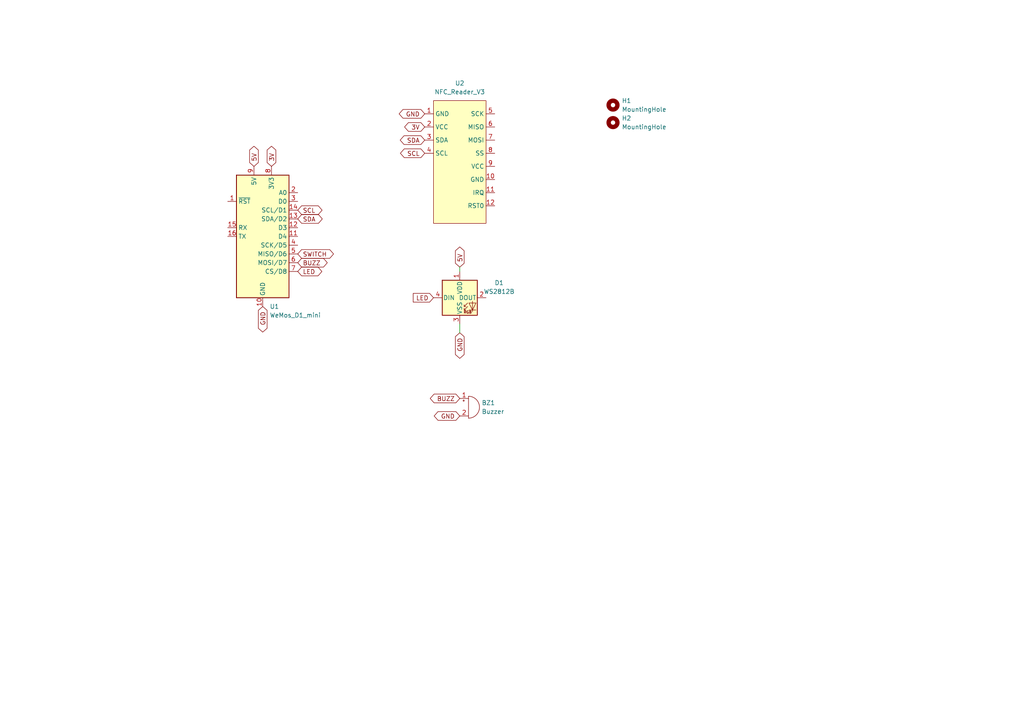
<source format=kicad_sch>
(kicad_sch (version 20211123) (generator eeschema)

  (uuid 811db996-b88a-4306-a785-ca62ea8d4392)

  (paper "A4")

  (lib_symbols
    (symbol "Device:Buzzer" (pin_names (offset 0.0254) hide) (in_bom yes) (on_board yes)
      (property "Reference" "BZ" (id 0) (at 3.81 1.27 0)
        (effects (font (size 1.27 1.27)) (justify left))
      )
      (property "Value" "Buzzer" (id 1) (at 3.81 -1.27 0)
        (effects (font (size 1.27 1.27)) (justify left))
      )
      (property "Footprint" "" (id 2) (at -0.635 2.54 90)
        (effects (font (size 1.27 1.27)) hide)
      )
      (property "Datasheet" "~" (id 3) (at -0.635 2.54 90)
        (effects (font (size 1.27 1.27)) hide)
      )
      (property "ki_keywords" "quartz resonator ceramic" (id 4) (at 0 0 0)
        (effects (font (size 1.27 1.27)) hide)
      )
      (property "ki_description" "Buzzer, polarized" (id 5) (at 0 0 0)
        (effects (font (size 1.27 1.27)) hide)
      )
      (property "ki_fp_filters" "*Buzzer*" (id 6) (at 0 0 0)
        (effects (font (size 1.27 1.27)) hide)
      )
      (symbol "Buzzer_0_1"
        (arc (start 0 -3.175) (mid 3.175 0) (end 0 3.175)
          (stroke (width 0) (type default) (color 0 0 0 0))
          (fill (type none))
        )
        (polyline
          (pts
            (xy -1.651 1.905)
            (xy -1.143 1.905)
          )
          (stroke (width 0) (type default) (color 0 0 0 0))
          (fill (type none))
        )
        (polyline
          (pts
            (xy -1.397 2.159)
            (xy -1.397 1.651)
          )
          (stroke (width 0) (type default) (color 0 0 0 0))
          (fill (type none))
        )
        (polyline
          (pts
            (xy 0 3.175)
            (xy 0 -3.175)
          )
          (stroke (width 0) (type default) (color 0 0 0 0))
          (fill (type none))
        )
      )
      (symbol "Buzzer_1_1"
        (pin passive line (at -2.54 2.54 0) (length 2.54)
          (name "-" (effects (font (size 1.27 1.27))))
          (number "1" (effects (font (size 1.27 1.27))))
        )
        (pin passive line (at -2.54 -2.54 0) (length 2.54)
          (name "+" (effects (font (size 1.27 1.27))))
          (number "2" (effects (font (size 1.27 1.27))))
        )
      )
    )
    (symbol "LED:WS2812B" (pin_names (offset 0.254)) (in_bom yes) (on_board yes)
      (property "Reference" "D" (id 0) (at 5.08 5.715 0)
        (effects (font (size 1.27 1.27)) (justify right bottom))
      )
      (property "Value" "WS2812B" (id 1) (at 1.27 -5.715 0)
        (effects (font (size 1.27 1.27)) (justify left top))
      )
      (property "Footprint" "LED_SMD:LED_WS2812B_PLCC4_5.0x5.0mm_P3.2mm" (id 2) (at 1.27 -7.62 0)
        (effects (font (size 1.27 1.27)) (justify left top) hide)
      )
      (property "Datasheet" "https://cdn-shop.adafruit.com/datasheets/WS2812B.pdf" (id 3) (at 2.54 -9.525 0)
        (effects (font (size 1.27 1.27)) (justify left top) hide)
      )
      (property "ki_keywords" "RGB LED NeoPixel addressable" (id 4) (at 0 0 0)
        (effects (font (size 1.27 1.27)) hide)
      )
      (property "ki_description" "RGB LED with integrated controller" (id 5) (at 0 0 0)
        (effects (font (size 1.27 1.27)) hide)
      )
      (property "ki_fp_filters" "LED*WS2812*PLCC*5.0x5.0mm*P3.2mm*" (id 6) (at 0 0 0)
        (effects (font (size 1.27 1.27)) hide)
      )
      (symbol "WS2812B_0_0"
        (text "RGB" (at 2.286 -4.191 0)
          (effects (font (size 0.762 0.762)))
        )
      )
      (symbol "WS2812B_0_1"
        (polyline
          (pts
            (xy 1.27 -3.556)
            (xy 1.778 -3.556)
          )
          (stroke (width 0) (type default) (color 0 0 0 0))
          (fill (type none))
        )
        (polyline
          (pts
            (xy 1.27 -2.54)
            (xy 1.778 -2.54)
          )
          (stroke (width 0) (type default) (color 0 0 0 0))
          (fill (type none))
        )
        (polyline
          (pts
            (xy 4.699 -3.556)
            (xy 2.667 -3.556)
          )
          (stroke (width 0) (type default) (color 0 0 0 0))
          (fill (type none))
        )
        (polyline
          (pts
            (xy 2.286 -2.54)
            (xy 1.27 -3.556)
            (xy 1.27 -3.048)
          )
          (stroke (width 0) (type default) (color 0 0 0 0))
          (fill (type none))
        )
        (polyline
          (pts
            (xy 2.286 -1.524)
            (xy 1.27 -2.54)
            (xy 1.27 -2.032)
          )
          (stroke (width 0) (type default) (color 0 0 0 0))
          (fill (type none))
        )
        (polyline
          (pts
            (xy 3.683 -1.016)
            (xy 3.683 -3.556)
            (xy 3.683 -4.064)
          )
          (stroke (width 0) (type default) (color 0 0 0 0))
          (fill (type none))
        )
        (polyline
          (pts
            (xy 4.699 -1.524)
            (xy 2.667 -1.524)
            (xy 3.683 -3.556)
            (xy 4.699 -1.524)
          )
          (stroke (width 0) (type default) (color 0 0 0 0))
          (fill (type none))
        )
        (rectangle (start 5.08 5.08) (end -5.08 -5.08)
          (stroke (width 0.254) (type default) (color 0 0 0 0))
          (fill (type background))
        )
      )
      (symbol "WS2812B_1_1"
        (pin power_in line (at 0 7.62 270) (length 2.54)
          (name "VDD" (effects (font (size 1.27 1.27))))
          (number "1" (effects (font (size 1.27 1.27))))
        )
        (pin output line (at 7.62 0 180) (length 2.54)
          (name "DOUT" (effects (font (size 1.27 1.27))))
          (number "2" (effects (font (size 1.27 1.27))))
        )
        (pin power_in line (at 0 -7.62 90) (length 2.54)
          (name "VSS" (effects (font (size 1.27 1.27))))
          (number "3" (effects (font (size 1.27 1.27))))
        )
        (pin input line (at -7.62 0 0) (length 2.54)
          (name "DIN" (effects (font (size 1.27 1.27))))
          (number "4" (effects (font (size 1.27 1.27))))
        )
      )
    )
    (symbol "MCU_Module:WeMos_D1_mini" (in_bom yes) (on_board yes)
      (property "Reference" "U" (id 0) (at 3.81 19.05 0)
        (effects (font (size 1.27 1.27)) (justify left))
      )
      (property "Value" "WeMos_D1_mini" (id 1) (at 1.27 -19.05 0)
        (effects (font (size 1.27 1.27)) (justify left))
      )
      (property "Footprint" "Module:WEMOS_D1_mini_light" (id 2) (at 0 -29.21 0)
        (effects (font (size 1.27 1.27)) hide)
      )
      (property "Datasheet" "https://wiki.wemos.cc/products:d1:d1_mini#documentation" (id 3) (at -46.99 -29.21 0)
        (effects (font (size 1.27 1.27)) hide)
      )
      (property "ki_keywords" "ESP8266 WiFi microcontroller ESP8266EX" (id 4) (at 0 0 0)
        (effects (font (size 1.27 1.27)) hide)
      )
      (property "ki_description" "32-bit microcontroller module with WiFi" (id 5) (at 0 0 0)
        (effects (font (size 1.27 1.27)) hide)
      )
      (property "ki_fp_filters" "WEMOS*D1*mini*" (id 6) (at 0 0 0)
        (effects (font (size 1.27 1.27)) hide)
      )
      (symbol "WeMos_D1_mini_1_1"
        (rectangle (start -7.62 17.78) (end 7.62 -17.78)
          (stroke (width 0.254) (type default) (color 0 0 0 0))
          (fill (type background))
        )
        (pin input line (at -10.16 10.16 0) (length 2.54)
          (name "~{RST}" (effects (font (size 1.27 1.27))))
          (number "1" (effects (font (size 1.27 1.27))))
        )
        (pin power_in line (at 0 -20.32 90) (length 2.54)
          (name "GND" (effects (font (size 1.27 1.27))))
          (number "10" (effects (font (size 1.27 1.27))))
        )
        (pin bidirectional line (at 10.16 0 180) (length 2.54)
          (name "D4" (effects (font (size 1.27 1.27))))
          (number "11" (effects (font (size 1.27 1.27))))
        )
        (pin bidirectional line (at 10.16 2.54 180) (length 2.54)
          (name "D3" (effects (font (size 1.27 1.27))))
          (number "12" (effects (font (size 1.27 1.27))))
        )
        (pin bidirectional line (at 10.16 5.08 180) (length 2.54)
          (name "SDA/D2" (effects (font (size 1.27 1.27))))
          (number "13" (effects (font (size 1.27 1.27))))
        )
        (pin bidirectional line (at 10.16 7.62 180) (length 2.54)
          (name "SCL/D1" (effects (font (size 1.27 1.27))))
          (number "14" (effects (font (size 1.27 1.27))))
        )
        (pin input line (at -10.16 2.54 0) (length 2.54)
          (name "RX" (effects (font (size 1.27 1.27))))
          (number "15" (effects (font (size 1.27 1.27))))
        )
        (pin output line (at -10.16 0 0) (length 2.54)
          (name "TX" (effects (font (size 1.27 1.27))))
          (number "16" (effects (font (size 1.27 1.27))))
        )
        (pin input line (at 10.16 12.7 180) (length 2.54)
          (name "A0" (effects (font (size 1.27 1.27))))
          (number "2" (effects (font (size 1.27 1.27))))
        )
        (pin bidirectional line (at 10.16 10.16 180) (length 2.54)
          (name "D0" (effects (font (size 1.27 1.27))))
          (number "3" (effects (font (size 1.27 1.27))))
        )
        (pin bidirectional line (at 10.16 -2.54 180) (length 2.54)
          (name "SCK/D5" (effects (font (size 1.27 1.27))))
          (number "4" (effects (font (size 1.27 1.27))))
        )
        (pin bidirectional line (at 10.16 -5.08 180) (length 2.54)
          (name "MISO/D6" (effects (font (size 1.27 1.27))))
          (number "5" (effects (font (size 1.27 1.27))))
        )
        (pin bidirectional line (at 10.16 -7.62 180) (length 2.54)
          (name "MOSI/D7" (effects (font (size 1.27 1.27))))
          (number "6" (effects (font (size 1.27 1.27))))
        )
        (pin bidirectional line (at 10.16 -10.16 180) (length 2.54)
          (name "CS/D8" (effects (font (size 1.27 1.27))))
          (number "7" (effects (font (size 1.27 1.27))))
        )
        (pin power_out line (at 2.54 20.32 270) (length 2.54)
          (name "3V3" (effects (font (size 1.27 1.27))))
          (number "8" (effects (font (size 1.27 1.27))))
        )
        (pin power_in line (at -2.54 20.32 270) (length 2.54)
          (name "5V" (effects (font (size 1.27 1.27))))
          (number "9" (effects (font (size 1.27 1.27))))
        )
      )
    )
    (symbol "Mechanical:MountingHole" (pin_names (offset 1.016)) (in_bom yes) (on_board yes)
      (property "Reference" "H" (id 0) (at 0 5.08 0)
        (effects (font (size 1.27 1.27)))
      )
      (property "Value" "MountingHole" (id 1) (at 0 3.175 0)
        (effects (font (size 1.27 1.27)))
      )
      (property "Footprint" "" (id 2) (at 0 0 0)
        (effects (font (size 1.27 1.27)) hide)
      )
      (property "Datasheet" "~" (id 3) (at 0 0 0)
        (effects (font (size 1.27 1.27)) hide)
      )
      (property "ki_keywords" "mounting hole" (id 4) (at 0 0 0)
        (effects (font (size 1.27 1.27)) hide)
      )
      (property "ki_description" "Mounting Hole without connection" (id 5) (at 0 0 0)
        (effects (font (size 1.27 1.27)) hide)
      )
      (property "ki_fp_filters" "MountingHole*" (id 6) (at 0 0 0)
        (effects (font (size 1.27 1.27)) hide)
      )
      (symbol "MountingHole_0_1"
        (circle (center 0 0) (radius 1.27)
          (stroke (width 1.27) (type default) (color 0 0 0 0))
          (fill (type none))
        )
      )
    )
    (symbol "parts:NFC_Reader_V3" (in_bom yes) (on_board yes)
      (property "Reference" "U" (id 0) (at -3.81 -2.54 0)
        (effects (font (size 1.27 1.27)))
      )
      (property "Value" "NFC_Reader_V3" (id 1) (at -7.62 -41.91 0)
        (effects (font (size 1.27 1.27)))
      )
      (property "Footprint" "" (id 2) (at -3.81 -2.54 0)
        (effects (font (size 1.27 1.27)) hide)
      )
      (property "Datasheet" "" (id 3) (at -3.81 -2.54 0)
        (effects (font (size 1.27 1.27)) hide)
      )
      (symbol "NFC_Reader_V3_0_1"
        (rectangle (start -15.24 -3.81) (end 0 -39.37)
          (stroke (width 0) (type default) (color 0 0 0 0))
          (fill (type background))
        )
      )
      (symbol "NFC_Reader_V3_1_1"
        (pin bidirectional line (at -17.78 -7.62 0) (length 2.54)
          (name "GND" (effects (font (size 1.27 1.27))))
          (number "1" (effects (font (size 1.27 1.27))))
        )
        (pin bidirectional line (at 2.54 -26.67 180) (length 2.54)
          (name "GND" (effects (font (size 1.27 1.27))))
          (number "10" (effects (font (size 1.27 1.27))))
        )
        (pin bidirectional line (at 2.54 -30.48 180) (length 2.54)
          (name "IRQ" (effects (font (size 1.27 1.27))))
          (number "11" (effects (font (size 1.27 1.27))))
        )
        (pin bidirectional line (at 2.54 -34.29 180) (length 2.54)
          (name "RST0" (effects (font (size 1.27 1.27))))
          (number "12" (effects (font (size 1.27 1.27))))
        )
        (pin bidirectional line (at -17.78 -11.43 0) (length 2.54)
          (name "VCC" (effects (font (size 1.27 1.27))))
          (number "2" (effects (font (size 1.27 1.27))))
        )
        (pin bidirectional line (at -17.78 -15.24 0) (length 2.54)
          (name "SDA" (effects (font (size 1.27 1.27))))
          (number "3" (effects (font (size 1.27 1.27))))
        )
        (pin bidirectional line (at -17.78 -19.05 0) (length 2.54)
          (name "SCL" (effects (font (size 1.27 1.27))))
          (number "4" (effects (font (size 1.27 1.27))))
        )
        (pin bidirectional line (at 2.54 -7.62 180) (length 2.54)
          (name "SCK" (effects (font (size 1.27 1.27))))
          (number "5" (effects (font (size 1.27 1.27))))
        )
        (pin bidirectional line (at 2.54 -11.43 180) (length 2.54)
          (name "MISO" (effects (font (size 1.27 1.27))))
          (number "6" (effects (font (size 1.27 1.27))))
        )
        (pin bidirectional line (at 2.54 -15.24 180) (length 2.54)
          (name "MOSI" (effects (font (size 1.27 1.27))))
          (number "7" (effects (font (size 1.27 1.27))))
        )
        (pin bidirectional line (at 2.54 -19.05 180) (length 2.54)
          (name "SS" (effects (font (size 1.27 1.27))))
          (number "8" (effects (font (size 1.27 1.27))))
        )
        (pin bidirectional line (at 2.54 -22.86 180) (length 2.54)
          (name "VCC" (effects (font (size 1.27 1.27))))
          (number "9" (effects (font (size 1.27 1.27))))
        )
      )
    )
  )


  (wire (pts (xy 133.35 93.98) (xy 133.35 96.52))
    (stroke (width 0) (type default) (color 0 0 0 0))
    (uuid c5f9ae83-cac6-4b91-8aa4-f8569ebc85aa)
  )
  (wire (pts (xy 133.35 78.74) (xy 133.35 77.47))
    (stroke (width 0) (type default) (color 0 0 0 0))
    (uuid c64d00d0-2377-4f34-a651-85a541b283f9)
  )

  (global_label "5V" (shape bidirectional) (at 133.35 77.47 90) (fields_autoplaced)
    (effects (font (size 1.27 1.27)) (justify left))
    (uuid 058a52f8-3304-4688-9a59-6ba13f8464df)
    (property "Intersheet References" "${INTERSHEET_REFS}" (id 0) (at 133.2706 72.7588 90)
      (effects (font (size 1.27 1.27)) (justify left) hide)
    )
  )
  (global_label "SDA" (shape bidirectional) (at 123.19 40.64 180) (fields_autoplaced)
    (effects (font (size 1.27 1.27)) (justify right))
    (uuid 0af0f207-45e7-4187-847e-89e68fd02018)
    (property "Intersheet References" "${INTERSHEET_REFS}" (id 0) (at 117.2088 40.5606 0)
      (effects (font (size 1.27 1.27)) (justify right) hide)
    )
  )
  (global_label "GND" (shape bidirectional) (at 123.19 33.02 180) (fields_autoplaced)
    (effects (font (size 1.27 1.27)) (justify right))
    (uuid 1b8b99e0-53fe-49d7-84c6-5cace7e2c5c8)
    (property "Intersheet References" "${INTERSHEET_REFS}" (id 0) (at 116.9064 32.9406 0)
      (effects (font (size 1.27 1.27)) (justify right) hide)
    )
  )
  (global_label "BUZZ" (shape bidirectional) (at 133.35 115.57 180) (fields_autoplaced)
    (effects (font (size 1.27 1.27)) (justify right))
    (uuid 3c434e8e-2e10-4838-a608-58ee3986cdd1)
    (property "Intersheet References" "${INTERSHEET_REFS}" (id 0) (at 125.9174 115.4906 0)
      (effects (font (size 1.27 1.27)) (justify right) hide)
    )
  )
  (global_label "LED" (shape input) (at 125.73 86.36 180) (fields_autoplaced)
    (effects (font (size 1.27 1.27)) (justify right))
    (uuid 3feeb8c0-0254-4a63-a85a-a72d24220bb5)
    (property "Intersheet References" "${INTERSHEET_REFS}" (id 0) (at 119.8698 86.2806 0)
      (effects (font (size 1.27 1.27)) (justify right) hide)
    )
  )
  (global_label "LED" (shape bidirectional) (at 86.36 78.74 0) (fields_autoplaced)
    (effects (font (size 1.27 1.27)) (justify left))
    (uuid 41f8965e-f27f-4b3c-970e-10ff01e9461e)
    (property "Intersheet References" "${INTERSHEET_REFS}" (id 0) (at 92.2202 78.6606 0)
      (effects (font (size 1.27 1.27)) (justify left) hide)
    )
  )
  (global_label "SWITCH" (shape bidirectional) (at 86.36 73.66 0) (fields_autoplaced)
    (effects (font (size 1.27 1.27)) (justify left))
    (uuid 42f1bdd1-9921-42d4-b745-e35848091b17)
    (property "Intersheet References" "${INTERSHEET_REFS}" (id 0) (at 95.6069 73.5806 0)
      (effects (font (size 1.27 1.27)) (justify left) hide)
    )
  )
  (global_label "3V" (shape bidirectional) (at 78.74 48.26 90) (fields_autoplaced)
    (effects (font (size 1.27 1.27)) (justify left))
    (uuid 8269a958-a7a4-42c9-9a80-faef8eb1869e)
    (property "Intersheet References" "${INTERSHEET_REFS}" (id 0) (at 78.6606 43.5488 90)
      (effects (font (size 1.27 1.27)) (justify left) hide)
    )
  )
  (global_label "GND" (shape bidirectional) (at 76.2 88.9 270) (fields_autoplaced)
    (effects (font (size 1.27 1.27)) (justify right))
    (uuid 8c1662a6-3c1f-4366-b557-492c920249c6)
    (property "Intersheet References" "${INTERSHEET_REFS}" (id 0) (at 76.2794 95.1836 90)
      (effects (font (size 1.27 1.27)) (justify right) hide)
    )
  )
  (global_label "BUZZ" (shape bidirectional) (at 86.36 76.2 0) (fields_autoplaced)
    (effects (font (size 1.27 1.27)) (justify left))
    (uuid 97b1b79c-98c5-49f5-92dd-25b722f2ba05)
    (property "Intersheet References" "${INTERSHEET_REFS}" (id 0) (at 93.7926 76.1206 0)
      (effects (font (size 1.27 1.27)) (justify left) hide)
    )
  )
  (global_label "SDA" (shape bidirectional) (at 86.36 63.5 0) (fields_autoplaced)
    (effects (font (size 1.27 1.27)) (justify left))
    (uuid 9d3d3e7b-bad9-4ab3-9968-0c80092b7ea9)
    (property "Intersheet References" "${INTERSHEET_REFS}" (id 0) (at 92.3412 63.4206 0)
      (effects (font (size 1.27 1.27)) (justify left) hide)
    )
  )
  (global_label "SCL" (shape bidirectional) (at 86.36 60.96 0) (fields_autoplaced)
    (effects (font (size 1.27 1.27)) (justify left))
    (uuid 9e4d6806-23e9-42ac-96d7-a6ad97bfde44)
    (property "Intersheet References" "${INTERSHEET_REFS}" (id 0) (at 92.2807 60.8806 0)
      (effects (font (size 1.27 1.27)) (justify left) hide)
    )
  )
  (global_label "GND" (shape bidirectional) (at 133.35 96.52 270) (fields_autoplaced)
    (effects (font (size 1.27 1.27)) (justify right))
    (uuid b3fcd172-abf7-45a5-a0d4-0693973e72ea)
    (property "Intersheet References" "${INTERSHEET_REFS}" (id 0) (at 133.4294 102.8036 90)
      (effects (font (size 1.27 1.27)) (justify right) hide)
    )
  )
  (global_label "3V" (shape bidirectional) (at 123.19 36.83 180) (fields_autoplaced)
    (effects (font (size 1.27 1.27)) (justify right))
    (uuid c058364d-cc51-4049-b510-25e75d17429f)
    (property "Intersheet References" "${INTERSHEET_REFS}" (id 0) (at 118.4788 36.7506 0)
      (effects (font (size 1.27 1.27)) (justify right) hide)
    )
  )
  (global_label "GND" (shape bidirectional) (at 133.35 120.65 180) (fields_autoplaced)
    (effects (font (size 1.27 1.27)) (justify right))
    (uuid c2e0594d-2894-4bc8-b730-0d445b7a2b59)
    (property "Intersheet References" "${INTERSHEET_REFS}" (id 0) (at 127.0664 120.5706 0)
      (effects (font (size 1.27 1.27)) (justify right) hide)
    )
  )
  (global_label "SCL" (shape bidirectional) (at 123.19 44.45 180) (fields_autoplaced)
    (effects (font (size 1.27 1.27)) (justify right))
    (uuid c7985e65-9b84-4152-b438-dcc92d99a49e)
    (property "Intersheet References" "${INTERSHEET_REFS}" (id 0) (at 117.2693 44.3706 0)
      (effects (font (size 1.27 1.27)) (justify right) hide)
    )
  )
  (global_label "5V" (shape bidirectional) (at 73.66 48.26 90) (fields_autoplaced)
    (effects (font (size 1.27 1.27)) (justify left))
    (uuid e0338929-6bdd-4722-a31d-854d2c1c6536)
    (property "Intersheet References" "${INTERSHEET_REFS}" (id 0) (at 73.5806 43.5488 90)
      (effects (font (size 1.27 1.27)) (justify left) hide)
    )
  )

  (symbol (lib_id "Device:Buzzer") (at 135.89 118.11 0) (unit 1)
    (in_bom yes) (on_board yes) (fields_autoplaced)
    (uuid 1d388592-51c0-40d4-af82-7491408dd06b)
    (property "Reference" "BZ1" (id 0) (at 139.7 116.8399 0)
      (effects (font (size 1.27 1.27)) (justify left))
    )
    (property "Value" "Buzzer" (id 1) (at 139.7 119.3799 0)
      (effects (font (size 1.27 1.27)) (justify left))
    )
    (property "Footprint" "parts:CUI_CPT-9019S-SMT" (id 2) (at 135.255 115.57 90)
      (effects (font (size 1.27 1.27)) hide)
    )
    (property "Datasheet" "~" (id 3) (at 135.255 115.57 90)
      (effects (font (size 1.27 1.27)) hide)
    )
    (pin "1" (uuid 04fe27ee-3028-4683-b947-a6dd34875075))
    (pin "2" (uuid c87374a9-45d2-46b4-b5c7-6803e89db9a4))
  )

  (symbol (lib_id "LED:WS2812B") (at 133.35 86.36 0) (unit 1)
    (in_bom yes) (on_board yes) (fields_autoplaced)
    (uuid 2ba4c77e-e448-4d17-ba5a-9c1dbbab4b6c)
    (property "Reference" "D1" (id 0) (at 144.78 82.0293 0))
    (property "Value" "WS2812B" (id 1) (at 144.78 84.5693 0))
    (property "Footprint" "LED_SMD:LED_WS2812B_PLCC4_5.0x5.0mm_P3.2mm" (id 2) (at 134.62 93.98 0)
      (effects (font (size 1.27 1.27)) (justify left top) hide)
    )
    (property "Datasheet" "https://cdn-shop.adafruit.com/datasheets/WS2812B.pdf" (id 3) (at 135.89 95.885 0)
      (effects (font (size 1.27 1.27)) (justify left top) hide)
    )
    (pin "1" (uuid 9ac70017-73d2-43b5-8631-66d9ecfb8966))
    (pin "2" (uuid bf5b2c59-12e7-4978-a69f-4234a4c8e0e5))
    (pin "3" (uuid 2dd87e9e-0c19-4244-b5ff-d16fdc774e05))
    (pin "4" (uuid 313bc538-64b2-433f-9182-ddaf84ee3cdd))
  )

  (symbol (lib_id "Mechanical:MountingHole") (at 177.8 35.56 0) (unit 1)
    (in_bom yes) (on_board yes) (fields_autoplaced)
    (uuid 2fbcab6e-c3e4-47a0-975f-26d3f0395248)
    (property "Reference" "H2" (id 0) (at 180.34 34.2899 0)
      (effects (font (size 1.27 1.27)) (justify left))
    )
    (property "Value" "MountingHole" (id 1) (at 180.34 36.8299 0)
      (effects (font (size 1.27 1.27)) (justify left))
    )
    (property "Footprint" "MountingHole:MountingHole_2.1mm" (id 2) (at 177.8 35.56 0)
      (effects (font (size 1.27 1.27)) hide)
    )
    (property "Datasheet" "~" (id 3) (at 177.8 35.56 0)
      (effects (font (size 1.27 1.27)) hide)
    )
  )

  (symbol (lib_id "MCU_Module:WeMos_D1_mini") (at 76.2 68.58 0) (unit 1)
    (in_bom yes) (on_board yes) (fields_autoplaced)
    (uuid 48905782-882e-4298-ba75-35c83b8837f7)
    (property "Reference" "U1" (id 0) (at 78.2194 88.9 0)
      (effects (font (size 1.27 1.27)) (justify left))
    )
    (property "Value" "WeMos_D1_mini" (id 1) (at 78.2194 91.44 0)
      (effects (font (size 1.27 1.27)) (justify left))
    )
    (property "Footprint" "Module:WEMOS_D1_mini_light" (id 2) (at 76.2 97.79 0)
      (effects (font (size 1.27 1.27)) hide)
    )
    (property "Datasheet" "https://wiki.wemos.cc/products:d1:d1_mini#documentation" (id 3) (at 29.21 97.79 0)
      (effects (font (size 1.27 1.27)) hide)
    )
    (pin "1" (uuid e9c8acc7-f71e-498f-9a05-2248badccf5b))
    (pin "10" (uuid 78ba3e7d-b6a2-48b7-9830-f38d4301abce))
    (pin "11" (uuid 08c85506-0d5e-49e6-8bdc-39df7e5960e7))
    (pin "12" (uuid 462fc070-6552-4fd4-935a-c23d1dd7d6f3))
    (pin "13" (uuid 59ff8eee-dd27-4176-b27f-0101558abece))
    (pin "14" (uuid 1cba5292-1764-48c9-ab50-aa1ee9464c0c))
    (pin "15" (uuid f200dd2c-ab44-4667-bb68-0859d5baab6c))
    (pin "16" (uuid 9111891c-5554-471a-a80d-9cf0b6d36a1e))
    (pin "2" (uuid 8331bae5-8891-44f4-8164-72d7dec7261d))
    (pin "3" (uuid 5eb48179-2232-4498-a037-8cbee444759d))
    (pin "4" (uuid d7559770-91c3-429b-89c7-bc6f79626963))
    (pin "5" (uuid bdbcdbbb-8453-4113-a59d-860e15ec1da6))
    (pin "6" (uuid fd41018a-91ff-4755-a334-d917b9c8551c))
    (pin "7" (uuid f9b45226-120b-46f8-86b7-b739e1cb8301))
    (pin "8" (uuid 34dd46b1-2d77-4752-954e-763de31eb3ac))
    (pin "9" (uuid 11046e48-f3e9-4c1e-83c7-902bf2f53b06))
  )

  (symbol (lib_id "parts:NFC_Reader_V3") (at 140.97 25.4 0) (unit 1)
    (in_bom yes) (on_board yes) (fields_autoplaced)
    (uuid cb7534b9-0a02-484d-b9f6-d324f21058f3)
    (property "Reference" "U2" (id 0) (at 133.35 24.13 0))
    (property "Value" "NFC_Reader_V3" (id 1) (at 133.35 26.67 0))
    (property "Footprint" "parts:NFC_Reader_V3" (id 2) (at 137.16 27.94 0)
      (effects (font (size 1.27 1.27)) hide)
    )
    (property "Datasheet" "" (id 3) (at 137.16 27.94 0)
      (effects (font (size 1.27 1.27)) hide)
    )
    (pin "1" (uuid ebf12242-ddaf-400d-8969-fe620044db62))
    (pin "10" (uuid 45ea0887-6e2b-4730-bad4-c445797ae7ae))
    (pin "11" (uuid 57580062-5c8c-4b00-a10c-15a94988e72e))
    (pin "12" (uuid 6077649d-b394-4069-8f83-6c574842cbae))
    (pin "2" (uuid a8e15e54-2212-4161-81f7-2112679517ba))
    (pin "3" (uuid 407bb882-6159-4d0b-b763-a18414ff7e5a))
    (pin "4" (uuid fbe7910e-4af9-4f0c-8840-71f2fb625778))
    (pin "5" (uuid c6960b08-b010-4d7a-812c-c940fe7c40f8))
    (pin "6" (uuid d51e8006-a5e0-4c82-a036-c0a570a698cc))
    (pin "7" (uuid c3dd44dc-91e8-4cdf-9981-97a79d38ae24))
    (pin "8" (uuid e92e9e6e-bf04-451d-824f-3728da157387))
    (pin "9" (uuid 987559f2-d3d8-4851-a632-e55c5cb454e9))
  )

  (symbol (lib_id "Mechanical:MountingHole") (at 177.8 30.48 0) (unit 1)
    (in_bom yes) (on_board yes) (fields_autoplaced)
    (uuid d9264baf-d385-4384-a1a1-9d7175d1a8dd)
    (property "Reference" "H1" (id 0) (at 180.34 29.2099 0)
      (effects (font (size 1.27 1.27)) (justify left))
    )
    (property "Value" "MountingHole" (id 1) (at 180.34 31.7499 0)
      (effects (font (size 1.27 1.27)) (justify left))
    )
    (property "Footprint" "MountingHole:MountingHole_2.1mm" (id 2) (at 177.8 30.48 0)
      (effects (font (size 1.27 1.27)) hide)
    )
    (property "Datasheet" "~" (id 3) (at 177.8 30.48 0)
      (effects (font (size 1.27 1.27)) hide)
    )
  )

  (sheet_instances
    (path "/" (page "1"))
  )

  (symbol_instances
    (path "/1d388592-51c0-40d4-af82-7491408dd06b"
      (reference "BZ1") (unit 1) (value "Buzzer") (footprint "parts:CUI_CPT-9019S-SMT")
    )
    (path "/2ba4c77e-e448-4d17-ba5a-9c1dbbab4b6c"
      (reference "D1") (unit 1) (value "WS2812B") (footprint "LED_SMD:LED_WS2812B_PLCC4_5.0x5.0mm_P3.2mm")
    )
    (path "/d9264baf-d385-4384-a1a1-9d7175d1a8dd"
      (reference "H1") (unit 1) (value "MountingHole") (footprint "MountingHole:MountingHole_2.1mm")
    )
    (path "/2fbcab6e-c3e4-47a0-975f-26d3f0395248"
      (reference "H2") (unit 1) (value "MountingHole") (footprint "MountingHole:MountingHole_2.1mm")
    )
    (path "/48905782-882e-4298-ba75-35c83b8837f7"
      (reference "U1") (unit 1) (value "WeMos_D1_mini") (footprint "Module:WEMOS_D1_mini_light")
    )
    (path "/cb7534b9-0a02-484d-b9f6-d324f21058f3"
      (reference "U2") (unit 1) (value "NFC_Reader_V3") (footprint "parts:NFC_Reader_V3")
    )
  )
)

</source>
